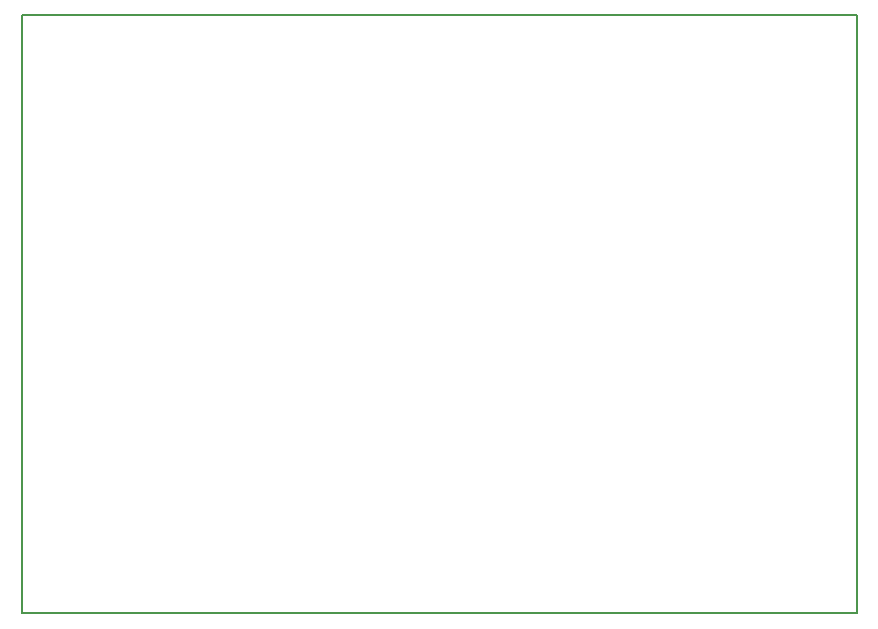
<source format=gbr>
G04 #@! TF.GenerationSoftware,KiCad,Pcbnew,no-vcs-found-7664~57~ubuntu16.10.1*
G04 #@! TF.CreationDate,2017-02-19T11:00:57+01:00*
G04 #@! TF.ProjectId,pulseboard,70756C7365626F6172642E6B69636164,rev?*
G04 #@! TF.FileFunction,Profile,NP*
%FSLAX46Y46*%
G04 Gerber Fmt 4.6, Leading zero omitted, Abs format (unit mm)*
G04 Created by KiCad (PCBNEW no-vcs-found-7664~57~ubuntu16.10.1) date Sun Feb 19 11:00:57 2017*
%MOMM*%
%LPD*%
G01*
G04 APERTURE LIST*
%ADD10C,0.100000*%
%ADD11C,0.150000*%
G04 APERTURE END LIST*
D10*
D11*
X97627440Y-60248800D02*
X168315640Y-60248800D01*
X97627440Y-110865920D02*
X97627440Y-60248800D01*
X98196400Y-110865920D02*
X97627440Y-110865920D01*
X168320720Y-110865920D02*
X98196400Y-110865920D01*
X168320720Y-60248800D02*
X168320720Y-110865920D01*
M02*

</source>
